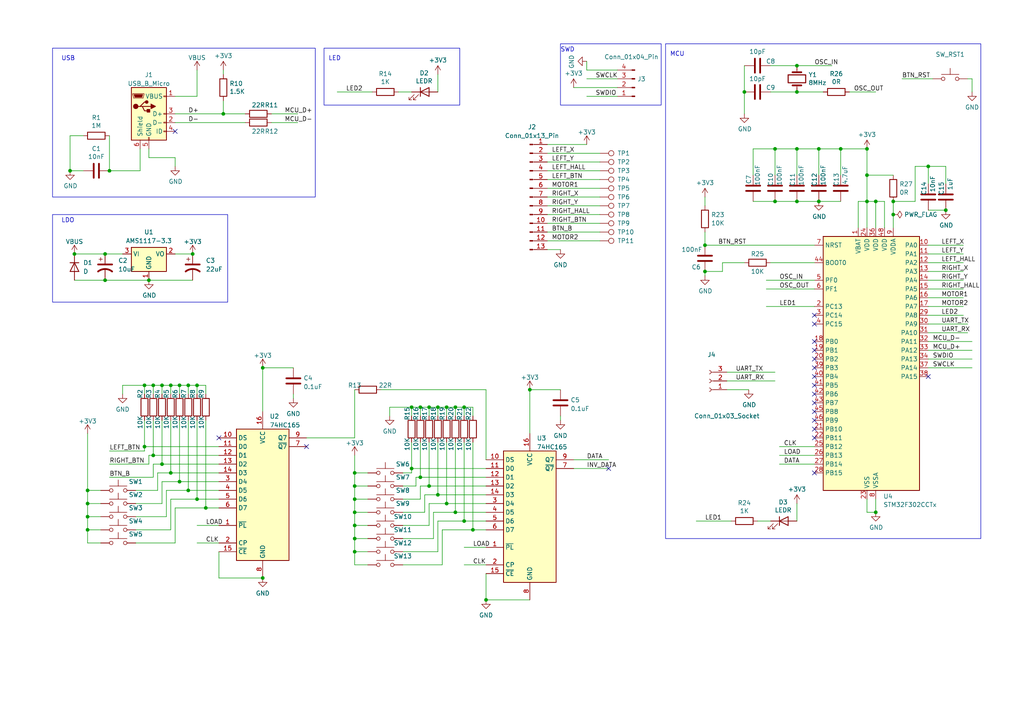
<source format=kicad_sch>
(kicad_sch (version 20230121) (generator eeschema)
  (paper "A4")
  (lib_symbols
    (symbol "74xx:74HC165"
      (property "Reference" "U" (at -7.62 19.05 0))
      (property "Value" "74HC165" (at -7.62 -21.59 0))
      (symbol "74HC165_1_0"
        (pin input line (at -12.7 -10.16 0) (length 5.08) (name "~{PL}") (number "1"))
        (pin input line (at -12.7 15.24 0) (length 5.08) (name "DS") (number "10"))
        (pin input line (at -12.7 12.7 0) (length 5.08) (name "D0") (number "11"))
        (pin input line (at -12.7 10.16 0) (length 5.08) (name "D1") (number "12"))
        (pin input line (at -12.7 7.62 0) (length 5.08) (name "D2") (number "13"))
        (pin input line (at -12.7 5.08 0) (length 5.08) (name "D3") (number "14"))
        (pin input line (at -12.7 -17.78 0) (length 5.08) (name "~{CE}") (number "15"))
        (pin power_in line (at 0 22.86 270) (length 5.08) (name "VCC") (number "16"))
        (pin input line (at -12.7 -15.24 0) (length 5.08) (name "CP") (number "2"))
        (pin input line (at -12.7 2.54 0) (length 5.08) (name "D4") (number "3"))
        (pin input line (at -12.7 0 0) (length 5.08) (name "D5") (number "4"))
        (pin input line (at -12.7 -2.54 0) (length 5.08) (name "D6") (number "5"))
        (pin input line (at -12.7 -5.08 0) (length 5.08) (name "D7") (number "6"))
        (pin output line (at 12.7 12.7 180) (length 5.08) (name "~{Q7}") (number "7"))
        (pin power_in line (at 0 -25.4 90) (length 5.08) (name "GND") (number "8"))
        (pin output line (at 12.7 15.24 180) (length 5.08) (name "Q7") (number "9"))
      )
    )
    (symbol "Connector:Conn_01x03_Socket" (pin_names (offset 1.016) hide)
      (property "Reference" "J" (at 0 5.08 0))
      (property "Value" "Conn_01x03_Socket" (at 0 -5.08 0))
      (symbol "Conn_01x03_Socket_1_1"
        (pin passive line (at -5.08 2.54 0) (length 3.81) (name "Pin_1") (number "1"))
        (pin passive line (at -5.08 0 0) (length 3.81) (name "Pin_2") (number "2"))
        (pin passive line (at -5.08 -2.54 0) (length 3.81) (name "Pin_3") (number "3"))
      )
    )
    (symbol "Connector:Conn_01x04_Pin" (pin_names (offset 1.016) hide)
      (property "Reference" "J" (at 0 5.08 0))
      (property "Value" "Conn_01x04_Pin" (at 0 -7.62 0))
      (symbol "Conn_01x04_Pin_1_1"
        (pin passive line (at 5.08 2.54 180) (length 3.81) (name "Pin_1") (number "1"))
        (pin passive line (at 5.08 0 180) (length 3.81) (name "Pin_2") (number "2"))
        (pin passive line (at 5.08 -2.54 180) (length 3.81) (name "Pin_3") (number "3"))
        (pin passive line (at 5.08 -5.08 180) (length 3.81) (name "Pin_4") (number "4"))
      )
    )
    (symbol "Connector:Conn_01x13_Pin" (pin_names (offset 1.016) hide)
      (property "Reference" "J" (at 0 17.78 0))
      (property "Value" "Conn_01x13_Pin" (at 0 -17.78 0))
      (symbol "Conn_01x13_Pin_1_1"
        (pin passive line (at 5.08 15.24 180) (length 3.81) (name "Pin_1") (number "1"))
        (pin passive line (at 5.08 -7.62 180) (length 3.81) (name "Pin_10") (number "10"))
        (pin passive line (at 5.08 -10.16 180) (length 3.81) (name "Pin_11") (number "11"))
        (pin passive line (at 5.08 -12.7 180) (length 3.81) (name "Pin_12") (number "12"))
        (pin passive line (at 5.08 -15.24 180) (length 3.81) (name "Pin_13") (number "13"))
        (pin passive line (at 5.08 12.7 180) (length 3.81) (name "Pin_2") (number "2"))
        (pin passive line (at 5.08 10.16 180) (length 3.81) (name "Pin_3") (number "3"))
        (pin passive line (at 5.08 7.62 180) (length 3.81) (name "Pin_4") (number "4"))
        (pin passive line (at 5.08 5.08 180) (length 3.81) (name "Pin_5") (number "5"))
        (pin passive line (at 5.08 2.54 180) (length 3.81) (name "Pin_6") (number "6"))
        (pin passive line (at 5.08 0 180) (length 3.81) (name "Pin_7") (number "7"))
        (pin passive line (at 5.08 -2.54 180) (length 3.81) (name "Pin_8") (number "8"))
        (pin passive line (at 5.08 -5.08 180) (length 3.81) (name "Pin_9") (number "9"))
      )
    )
    (symbol "Connector:TestPoint" (pin_numbers hide) (pin_names (offset 0.762) hide)
      (property "Reference" "TP" (at 0 6.858 0))
      (property "Value" "TestPoint" (at 0 5.08 0))
      (symbol "TestPoint_1_1"
        (pin passive line (at 0 0 90) (length 2.54) (name "1") (number "1"))
      )
    )
    (symbol "Connector:USB_B_Micro" (pin_names (offset 1.016))
      (property "Reference" "J" (at -5.08 11.43 0))
      (property "Value" "USB_B_Micro" (at -5.08 8.89 0))
      (symbol "USB_B_Micro_1_1"
        (pin power_out line (at 7.62 5.08 180) (length 2.54) (name "VBUS") (number "1"))
        (pin bidirectional line (at 7.62 -2.54 180) (length 2.54) (name "D-") (number "2"))
        (pin bidirectional line (at 7.62 0 180) (length 2.54) (name "D+") (number "3"))
        (pin passive line (at 7.62 -5.08 180) (length 2.54) (name "ID") (number "4"))
        (pin power_out line (at 0 -10.16 90) (length 2.54) (name "GND") (number "5"))
        (pin passive line (at -2.54 -10.16 90) (length 2.54) (name "Shield") (number "6"))
      )
    )
    (symbol "Device:C" (pin_numbers hide) (pin_names (offset 0.254))
      (property "Reference" "C" (at 0.635 2.54 0))
      (property "Value" "C" (at 0.635 -2.54 0))
      (symbol "C_1_1"
        (pin passive line (at 0 3.81 270) (length 2.794) (name "~") (number "1"))
        (pin passive line (at 0 -3.81 90) (length 2.794) (name "~") (number "2"))
      )
    )
    (symbol "Device:C_Polarized_US" (pin_numbers hide) (pin_names (offset 0.254) hide)
      (property "Reference" "C" (at 0.635 2.54 0))
      (property "Value" "C_Polarized_US" (at 0.635 -2.54 0))
      (symbol "C_Polarized_US_1_1"
        (pin passive line (at 0 3.81 270) (length 2.794) (name "~") (number "1"))
        (pin passive line (at 0 -3.81 90) (length 3.302) (name "~") (number "2"))
      )
    )
    (symbol "Device:Crystal" (pin_numbers hide) (pin_names (offset 1.016) hide)
      (property "Reference" "Y" (at 0 3.81 0))
      (property "Value" "Crystal" (at 0 -3.81 0))
      (symbol "Crystal_1_1"
        (pin passive line (at -3.81 0 0) (length 1.27) (name "1") (number "1"))
        (pin passive line (at 3.81 0 180) (length 1.27) (name "2") (number "2"))
      )
    )
    (symbol "Device:D" (pin_numbers hide) (pin_names (offset 1.016) hide)
      (property "Reference" "D" (at 0 2.54 0))
      (property "Value" "D" (at 0 -2.54 0))
      (symbol "D_1_1"
        (pin passive line (at -3.81 0 0) (length 2.54) (name "K") (number "1"))
        (pin passive line (at 3.81 0 180) (length 2.54) (name "A") (number "2"))
      )
    )
    (symbol "Device:LED" (pin_numbers hide) (pin_names (offset 1.016) hide)
      (property "Reference" "D" (at 0 2.54 0))
      (property "Value" "LED" (at 0 -2.54 0))
      (symbol "LED_1_1"
        (pin passive line (at -3.81 0 0) (length 2.54) (name "K") (number "1"))
        (pin passive line (at 3.81 0 180) (length 2.54) (name "A") (number "2"))
      )
    )
    (symbol "Device:R" (pin_numbers hide) (pin_names (offset 0))
      (property "Reference" "R" (at 2.032 0 90))
      (property "Value" "R" (at 0 0 90))
      (symbol "R_1_1"
        (pin passive line (at 0 3.81 270) (length 1.27) (name "~") (number "1"))
        (pin passive line (at 0 -3.81 90) (length 1.27) (name "~") (number "2"))
      )
    )
    (symbol "MCU_ST_STM32F3:STM32F302CCTx"
      (property "Reference" "U" (at -12.7 39.37 0))
      (property "Value" "STM32F302CCTx" (at 10.16 39.37 0))
      (symbol "STM32F302CCTx_1_1"
        (pin power_in line (at -2.54 40.64 270) (length 2.54) (name "VBAT") (number "1"))
        (pin bidirectional line (at 17.78 35.56 180) (length 2.54) (name "PA0") (number "10"))
        (pin bidirectional line (at 17.78 33.02 180) (length 2.54) (name "PA1") (number "11"))
        (pin bidirectional line (at 17.78 30.48 180) (length 2.54) (name "PA2") (number "12"))
        (pin bidirectional line (at 17.78 27.94 180) (length 2.54) (name "PA3") (number "13"))
        (pin bidirectional line (at 17.78 25.4 180) (length 2.54) (name "PA4") (number "14"))
        (pin bidirectional line (at 17.78 22.86 180) (length 2.54) (name "PA5") (number "15"))
        (pin bidirectional line (at 17.78 20.32 180) (length 2.54) (name "PA6") (number "16"))
        (pin bidirectional line (at 17.78 17.78 180) (length 2.54) (name "PA7") (number "17"))
        (pin bidirectional line (at -15.24 7.62 0) (length 2.54) (name "PB0") (number "18"))
        (pin bidirectional line (at -15.24 5.08 0) (length 2.54) (name "PB1") (number "19"))
        (pin bidirectional line (at -15.24 17.78 0) (length 2.54) (name "PC13") (number "2"))
        (pin bidirectional line (at -15.24 2.54 0) (length 2.54) (name "PB2") (number "20"))
        (pin bidirectional line (at -15.24 -17.78 0) (length 2.54) (name "PB10") (number "21"))
        (pin bidirectional line (at -15.24 -20.32 0) (length 2.54) (name "PB11") (number "22"))
        (pin power_in line (at 0 -38.1 90) (length 2.54) (name "VSS") (number "23"))
        (pin power_in line (at 0 40.64 270) (length 2.54) (name "VDD") (number "24"))
        (pin bidirectional line (at -15.24 -22.86 0) (length 2.54) (name "PB12") (number "25"))
        (pin bidirectional line (at -15.24 -25.4 0) (length 2.54) (name "PB13") (number "26"))
        (pin bidirectional line (at -15.24 -27.94 0) (length 2.54) (name "PB14") (number "27"))
        (pin bidirectional line (at -15.24 -30.48 0) (length 2.54) (name "PB15") (number "28"))
        (pin bidirectional line (at 17.78 15.24 180) (length 2.54) (name "PA8") (number "29"))
        (pin bidirectional line (at -15.24 15.24 0) (length 2.54) (name "PC14") (number "3"))
        (pin bidirectional line (at 17.78 12.7 180) (length 2.54) (name "PA9") (number "30"))
        (pin bidirectional line (at 17.78 10.16 180) (length 2.54) (name "PA10") (number "31"))
        (pin bidirectional line (at 17.78 7.62 180) (length 2.54) (name "PA11") (number "32"))
        (pin bidirectional line (at 17.78 5.08 180) (length 2.54) (name "PA12") (number "33"))
        (pin bidirectional line (at 17.78 2.54 180) (length 2.54) (name "PA13") (number "34"))
        (pin passive line (at 0 -38.1 90) (length 2.54) hide (name "VSS") (number "35"))
        (pin power_in line (at 2.54 40.64 270) (length 2.54) (name "VDD") (number "36"))
        (pin bidirectional line (at 17.78 0 180) (length 2.54) (name "PA14") (number "37"))
        (pin bidirectional line (at 17.78 -2.54 180) (length 2.54) (name "PA15") (number "38"))
        (pin bidirectional line (at -15.24 0 0) (length 2.54) (name "PB3") (number "39"))
        (pin bidirectional line (at -15.24 12.7 0) (length 2.54) (name "PC15") (number "4"))
        (pin bidirectional line (at -15.24 -2.54 0) (length 2.54) (name "PB4") (number "40"))
        (pin bidirectional line (at -15.24 -5.08 0) (length 2.54) (name "PB5") (number "41"))
        (pin bidirectional line (at -15.24 -7.62 0) (length 2.54) (name "PB6") (number "42"))
        (pin bidirectional line (at -15.24 -10.16 0) (length 2.54) (name "PB7") (number "43"))
        (pin input line (at -15.24 30.48 0) (length 2.54) (name "BOOT0") (number "44"))
        (pin bidirectional line (at -15.24 -12.7 0) (length 2.54) (name "PB8") (number "45"))
        (pin bidirectional line (at -15.24 -15.24 0) (length 2.54) (name "PB9") (number "46"))
        (pin passive line (at 0 -38.1 90) (length 2.54) hide (name "VSS") (number "47"))
        (pin power_in line (at 5.08 40.64 270) (length 2.54) (name "VDD") (number "48"))
        (pin bidirectional line (at -15.24 25.4 0) (length 2.54) (name "PF0") (number "5"))
        (pin bidirectional line (at -15.24 22.86 0) (length 2.54) (name "PF1") (number "6"))
        (pin input line (at -15.24 35.56 0) (length 2.54) (name "NRST") (number "7"))
        (pin power_in line (at 2.54 -38.1 90) (length 2.54) (name "VSSA") (number "8"))
        (pin power_in line (at 7.62 40.64 270) (length 2.54) (name "VDDA") (number "9"))
      )
    )
    (symbol "Regulator_Linear:AMS1117-3.3"
      (property "Reference" "U" (at -3.81 3.175 0))
      (property "Value" "AMS1117-3.3" (at 0 3.175 0))
      (symbol "AMS1117-3.3_1_1"
        (pin power_in line (at 0 -7.62 90) (length 2.54) (name "GND") (number "1"))
        (pin power_out line (at 7.62 0 180) (length 2.54) (name "VO") (number "2"))
        (pin power_in line (at -7.62 0 0) (length 2.54) (name "VI") (number "3"))
      )
    )
    (symbol "Switch:SW_Push" (pin_numbers hide) (pin_names (offset 1.016) hide)
      (property "Reference" "SW" (at 1.27 2.54 0))
      (property "Value" "SW_Push" (at 0 -1.524 0))
      (symbol "SW_Push_0_1"
        (pin passive line (at -5.08 0 0) (length 2.54) (name "1") (number "1"))
        (pin passive line (at 5.08 0 180) (length 2.54) (name "2") (number "2"))
      )
    )
    (symbol "power:+3V3" (power) (pin_names (offset 0))
      (property "Value" "+3V3" (at 0 3.556 0))
      (symbol "+3V3_1_1"
        (pin power_in line (at 0 0 90) (length 0) hide (name "+3V3") (number "1"))
      )
    )
    (symbol "power:GND" (power) (pin_names (offset 0))
      (property "Value" "GND" (at 0 -3.81 0))
      (symbol "GND_1_1"
        (pin power_in line (at 0 0 270) (length 0) hide (name "GND") (number "1"))
      )
    )
    (symbol "power:PWR_FLAG" (power) (pin_numbers hide) (pin_names (offset 0) hide)
      (property "Value" "PWR_FLAG" (at 0 3.81 0))
      (symbol "PWR_FLAG_0_0"
        (pin power_out line (at 0 0 90) (length 0) (name "pwr") (number "1"))
      )
    )
    (symbol "power:VBUS" (power) (pin_names (offset 0))
      (property "Value" "VBUS" (at 0 3.81 0))
      (symbol "VBUS_1_1"
        (pin power_in line (at 0 0 90) (length 0) hide (name "VBUS") (number "1"))
      )
    )
  )
  (junction (at 251.46 58.42))
  (junction (at 121.92 138.43))
  (junction (at 140.97 173.99))
  (junction (at 224.79 58.42))
  (junction (at 102.87 160.02))
  (junction (at 64.77 33.02))
  (junction (at 269.24 48.26))
  (junction (at 132.08 118.11))
  (junction (at 274.32 60.96))
  (junction (at 259.08 58.42))
  (junction (at 243.84 43.18))
  (junction (at 119.38 135.89))
  (junction (at 54.61 111.76))
  (junction (at 251.46 43.18))
  (junction (at 237.49 58.42))
  (junction (at 30.48 81.28))
  (junction (at 54.61 142.24))
  (junction (at 46.99 134.62))
  (junction (at 129.54 146.05))
  (junction (at 254 148.59))
  (junction (at 231.14 58.42))
  (junction (at 25.4 149.86))
  (junction (at 44.45 111.76))
  (junction (at 102.87 144.78))
  (junction (at 46.99 111.76))
  (junction (at 20.32 49.53))
  (junction (at 124.46 140.97))
  (junction (at 102.87 140.97))
  (junction (at 49.53 111.76))
  (junction (at 134.62 118.11))
  (junction (at 44.45 132.08))
  (junction (at 76.2 106.68))
  (junction (at 41.91 111.76))
  (junction (at 25.4 146.05))
  (junction (at 259.08 62.23))
  (junction (at 25.4 142.24))
  (junction (at 231.14 19.05))
  (junction (at 102.87 156.21))
  (junction (at 204.47 78.74))
  (junction (at 57.15 111.76))
  (junction (at 237.49 43.18))
  (junction (at 231.14 43.18))
  (junction (at 134.62 151.13))
  (junction (at 129.54 118.11))
  (junction (at 121.92 118.11))
  (junction (at 127 118.11))
  (junction (at 124.46 118.11))
  (junction (at 57.15 144.78))
  (junction (at 30.48 73.66))
  (junction (at 119.38 118.11))
  (junction (at 43.18 81.28))
  (junction (at 215.9 26.67))
  (junction (at 55.88 73.66))
  (junction (at 76.2 167.64))
  (junction (at 251.46 50.8))
  (junction (at 127 143.51))
  (junction (at 231.14 26.67))
  (junction (at 21.59 73.66))
  (junction (at 132.08 148.59))
  (junction (at 153.67 113.03))
  (junction (at 52.07 139.7))
  (junction (at 137.16 153.67))
  (junction (at 224.79 43.18))
  (junction (at 102.87 148.59))
  (junction (at 49.53 137.16))
  (junction (at 31.75 49.53))
  (junction (at 102.87 152.4))
  (junction (at 254 58.42))
  (junction (at 25.4 153.67))
  (junction (at 41.91 129.54))
  (junction (at 52.07 111.76))
  (junction (at 59.69 147.32))
  (junction (at 204.47 71.12))
  (junction (at 102.87 137.16))
  (no_connect (at 236.22 104.14))
  (no_connect (at 236.22 101.6))
  (no_connect (at 50.8 38.1))
  (no_connect (at 269.24 109.22))
  (no_connect (at 176.53 135.89))
  (no_connect (at 236.22 124.46))
  (no_connect (at 236.22 127))
  (no_connect (at 236.22 119.38))
  (no_connect (at 236.22 99.06))
  (no_connect (at 236.22 114.3))
  (no_connect (at 236.22 106.68))
  (no_connect (at 236.22 121.92))
  (no_connect (at 236.22 137.16))
  (no_connect (at 236.22 109.22))
  (no_connect (at 63.5 127))
  (no_connect (at 236.22 91.44))
  (no_connect (at 88.9 129.54))
  (no_connect (at 236.22 116.84))
  (no_connect (at 236.22 93.98))
  (no_connect (at 236.22 111.76))
  (wire (pts (xy 116.84 160.02) (xy 127 160.02)))
  (wire (pts (xy 237.49 43.18) (xy 237.49 50.8)))
  (wire (pts (xy 39.37 157.48) (xy 50.8 157.48)))
  (wire (pts (xy 46.99 139.7) (xy 46.99 146.05)))
  (wire (pts (xy 121.92 140.97) (xy 121.92 144.78)))
  (wire (pts (xy 29.21 146.05) (xy 25.4 146.05)))
  (wire (pts (xy 20.32 49.53) (xy 24.13 49.53)))
  (wire (pts (xy 158.75 57.15) (xy 173.99 57.15)))
  (wire (pts (xy 246.38 26.67) (xy 254 26.67)))
  (wire (pts (xy 97.79 26.67) (xy 107.95 26.67)))
  (wire (pts (xy 106.68 137.16) (xy 102.87 137.16)))
  (wire (pts (xy 248.92 58.42) (xy 251.46 58.42)))
  (wire (pts (xy 102.87 152.4) (xy 102.87 148.59)))
  (wire (pts (xy 25.4 149.86) (xy 25.4 146.05)))
  (wire (pts (xy 48.26 149.86) (xy 39.37 149.86)))
  (wire (pts (xy 102.87 163.83) (xy 102.87 160.02)))
  (wire (pts (xy 231.14 19.05) (xy 223.52 19.05)))
  (wire (pts (xy 119.38 135.89) (xy 140.97 135.89)))
  (wire (pts (xy 110.49 113.03) (xy 140.97 113.03)))
  (wire (pts (xy 209.55 78.74) (xy 204.47 78.74)))
  (wire (pts (xy 102.87 156.21) (xy 102.87 152.4)))
  (wire (pts (xy 243.84 43.18) (xy 251.46 43.18)))
  (wire (pts (xy 102.87 148.59) (xy 102.87 144.78)))
  (wire (pts (xy 121.92 128.27) (xy 121.92 138.43)))
  (wire (pts (xy 166.37 25.4) (xy 179.07 25.4)))
  (wire (pts (xy 218.44 58.42) (xy 224.79 58.42)))
  (wire (pts (xy 224.79 43.18) (xy 224.79 50.8)))
  (wire (pts (xy 137.16 153.67) (xy 140.97 153.67)))
  (wire (pts (xy 231.14 43.18) (xy 231.14 50.8)))
  (wire (pts (xy 63.5 142.24) (xy 54.61 142.24)))
  (wire (pts (xy 269.24 88.9) (xy 279.4 88.9)))
  (wire (pts (xy 102.87 132.08) (xy 102.87 137.16)))
  (wire (pts (xy 52.07 111.76) (xy 54.61 111.76)))
  (wire (pts (xy 106.68 148.59) (xy 102.87 148.59)))
  (wire (pts (xy 52.07 139.7) (xy 63.5 139.7)))
  (wire (pts (xy 137.16 118.11) (xy 137.16 120.65)))
  (wire (pts (xy 50.8 157.48) (xy 50.8 147.32)))
  (wire (pts (xy 40.64 49.53) (xy 40.64 43.18)))
  (wire (pts (xy 210.82 113.03) (xy 217.17 113.03)))
  (wire (pts (xy 49.53 144.78) (xy 57.15 144.78)))
  (wire (pts (xy 35.56 114.3) (xy 35.56 111.76)))
  (wire (pts (xy 129.54 118.11) (xy 129.54 120.65)))
  (wire (pts (xy 78.74 35.56) (xy 86.36 35.56)))
  (wire (pts (xy 31.75 138.43) (xy 44.45 138.43)))
  (wire (pts (xy 231.14 26.67) (xy 238.76 26.67)))
  (wire (pts (xy 274.32 48.26) (xy 274.32 53.34)))
  (wire (pts (xy 248.92 66.04) (xy 248.92 58.42)))
  (wire (pts (xy 44.45 132.08) (xy 63.5 132.08)))
  (wire (pts (xy 140.97 166.37) (xy 140.97 173.99)))
  (wire (pts (xy 251.46 50.8) (xy 251.46 58.42)))
  (wire (pts (xy 140.97 173.99) (xy 153.67 173.99)))
  (wire (pts (xy 158.75 41.91) (xy 170.18 41.91)))
  (wire (pts (xy 127 118.11) (xy 127 120.65)))
  (wire (pts (xy 35.56 111.76) (xy 41.91 111.76)))
  (wire (pts (xy 222.25 83.82) (xy 236.22 83.82)))
  (wire (pts (xy 170.18 17.78) (xy 170.18 20.32)))
  (wire (pts (xy 124.46 140.97) (xy 121.92 140.97)))
  (wire (pts (xy 46.99 139.7) (xy 52.07 139.7)))
  (wire (pts (xy 46.99 111.76) (xy 46.99 114.3)))
  (wire (pts (xy 59.69 111.76) (xy 59.69 114.3)))
  (wire (pts (xy 223.52 151.13) (xy 219.71 151.13)))
  (wire (pts (xy 127 151.13) (xy 134.62 151.13)))
  (wire (pts (xy 209.55 76.2) (xy 215.9 76.2)))
  (wire (pts (xy 166.37 135.89) (xy 176.53 135.89)))
  (wire (pts (xy 31.75 49.53) (xy 40.64 49.53)))
  (wire (pts (xy 39.37 153.67) (xy 49.53 153.67)))
  (wire (pts (xy 269.24 60.96) (xy 274.32 60.96)))
  (wire (pts (xy 251.46 148.59) (xy 254 148.59)))
  (wire (pts (xy 50.8 35.56) (xy 71.12 35.56)))
  (wire (pts (xy 280.67 22.86) (xy 281.94 22.86)))
  (wire (pts (xy 125.73 156.21) (xy 116.84 156.21)))
  (wire (pts (xy 20.32 39.37) (xy 20.32 49.53)))
  (wire (pts (xy 123.19 143.51) (xy 123.19 148.59)))
  (wire (pts (xy 162.56 121.92) (xy 162.56 120.65)))
  (wire (pts (xy 106.68 152.4) (xy 102.87 152.4)))
  (wire (pts (xy 129.54 146.05) (xy 140.97 146.05)))
  (wire (pts (xy 43.18 132.08) (xy 43.18 134.62)))
  (wire (pts (xy 57.15 20.32) (xy 57.15 27.94)))
  (wire (pts (xy 259.08 62.23) (xy 259.08 66.04)))
  (wire (pts (xy 269.24 48.26) (xy 274.32 48.26)))
  (wire (pts (xy 48.26 142.24) (xy 48.26 149.86)))
  (wire (pts (xy 132.08 118.11) (xy 134.62 118.11)))
  (wire (pts (xy 45.72 137.16) (xy 45.72 142.24)))
  (wire (pts (xy 254 58.42) (xy 251.46 58.42)))
  (wire (pts (xy 49.53 121.92) (xy 49.53 137.16)))
  (wire (pts (xy 46.99 111.76) (xy 49.53 111.76)))
  (wire (pts (xy 76.2 106.68) (xy 85.09 106.68)))
  (wire (pts (xy 237.49 43.18) (xy 243.84 43.18)))
  (wire (pts (xy 21.59 73.66) (xy 30.48 73.66)))
  (wire (pts (xy 50.8 33.02) (xy 64.77 33.02)))
  (wire (pts (xy 166.37 133.35) (xy 176.53 133.35)))
  (wire (pts (xy 57.15 121.92) (xy 57.15 144.78)))
  (wire (pts (xy 231.14 19.05) (xy 241.3 19.05)))
  (wire (pts (xy 254 148.59) (xy 254 144.78)))
  (wire (pts (xy 162.56 113.03) (xy 153.67 113.03)))
  (wire (pts (xy 78.74 33.02) (xy 86.36 33.02)))
  (wire (pts (xy 158.75 54.61) (xy 173.99 54.61)))
  (wire (pts (xy 31.75 39.37) (xy 31.75 49.53)))
  (wire (pts (xy 63.5 167.64) (xy 76.2 167.64)))
  (wire (pts (xy 116.84 163.83) (xy 128.27 163.83)))
  (wire (pts (xy 41.91 111.76) (xy 41.91 114.3)))
  (wire (pts (xy 88.9 127) (xy 102.87 127)))
  (wire (pts (xy 44.45 121.92) (xy 44.45 132.08)))
  (wire (pts (xy 153.67 113.03) (xy 153.67 125.73)))
  (wire (pts (xy 129.54 118.11) (xy 132.08 118.11)))
  (wire (pts (xy 63.5 134.62) (xy 46.99 134.62)))
  (wire (pts (xy 119.38 128.27) (xy 119.38 135.89)))
  (wire (pts (xy 237.49 58.42) (xy 243.84 58.42)))
  (wire (pts (xy 64.77 29.21) (xy 64.77 33.02)))
  (wire (pts (xy 29.21 153.67) (xy 25.4 153.67)))
  (wire (pts (xy 120.65 138.43) (xy 121.92 138.43)))
  (wire (pts (xy 25.4 142.24) (xy 29.21 142.24)))
  (wire (pts (xy 113.03 118.11) (xy 119.38 118.11)))
  (wire (pts (xy 63.5 160.02) (xy 63.5 167.64)))
  (wire (pts (xy 31.75 130.81) (xy 41.91 130.81)))
  (wire (pts (xy 102.87 160.02) (xy 102.87 156.21)))
  (wire (pts (xy 158.75 59.69) (xy 173.99 59.69)))
  (wire (pts (xy 215.9 33.02) (xy 215.9 26.67)))
  (wire (pts (xy 57.15 157.48) (xy 63.5 157.48)))
  (wire (pts (xy 44.45 111.76) (xy 46.99 111.76)))
  (wire (pts (xy 102.87 144.78) (xy 102.87 140.97)))
  (wire (pts (xy 24.13 39.37) (xy 20.32 39.37)))
  (wire (pts (xy 269.24 106.68) (xy 281.94 106.68)))
  (wire (pts (xy 251.46 58.42) (xy 251.46 66.04)))
  (wire (pts (xy 128.27 163.83) (xy 128.27 153.67)))
  (wire (pts (xy 127 128.27) (xy 127 143.51)))
  (wire (pts (xy 158.75 49.53) (xy 173.99 49.53)))
  (wire (pts (xy 121.92 118.11) (xy 121.92 120.65)))
  (wire (pts (xy 57.15 111.76) (xy 59.69 111.76)))
  (wire (pts (xy 50.8 27.94) (xy 57.15 27.94)))
  (wire (pts (xy 119.38 26.67) (xy 115.57 26.67)))
  (wire (pts (xy 49.53 111.76) (xy 49.53 114.3)))
  (wire (pts (xy 121.92 118.11) (xy 124.46 118.11)))
  (wire (pts (xy 29.21 149.86) (xy 25.4 149.86)))
  (wire (pts (xy 49.53 153.67) (xy 49.53 144.78)))
  (wire (pts (xy 106.68 163.83) (xy 102.87 163.83)))
  (wire (pts (xy 201.93 151.13) (xy 212.09 151.13)))
  (wire (pts (xy 102.87 137.16) (xy 102.87 140.97)))
  (wire (pts (xy 254 66.04) (xy 254 58.42)))
  (wire (pts (xy 134.62 118.11) (xy 134.62 120.65)))
  (wire (pts (xy 125.73 148.59) (xy 125.73 156.21)))
  (wire (pts (xy 134.62 158.75) (xy 140.97 158.75)))
  (wire (pts (xy 222.25 88.9) (xy 236.22 88.9)))
  (wire (pts (xy 39.37 142.24) (xy 45.72 142.24)))
  (wire (pts (xy 170.18 27.94) (xy 179.07 27.94)))
  (wire (pts (xy 44.45 134.62) (xy 44.45 138.43)))
  (wire (pts (xy 226.06 132.08) (xy 236.22 132.08)))
  (wire (pts (xy 259.08 58.42) (xy 259.08 62.23)))
  (wire (pts (xy 223.52 76.2) (xy 236.22 76.2)))
  (wire (pts (xy 120.65 138.43) (xy 120.65 140.97)))
  (wire (pts (xy 158.75 64.77) (xy 173.99 64.77)))
  (wire (pts (xy 269.24 93.98) (xy 280.67 93.98)))
  (wire (pts (xy 134.62 151.13) (xy 140.97 151.13)))
  (wire (pts (xy 210.82 110.49) (xy 224.79 110.49)))
  (wire (pts (xy 256.54 58.42) (xy 254 58.42)))
  (wire (pts (xy 123.19 148.59) (xy 116.84 148.59)))
  (wire (pts (xy 134.62 163.83) (xy 140.97 163.83)))
  (wire (pts (xy 46.99 134.62) (xy 44.45 134.62)))
  (wire (pts (xy 41.91 111.76) (xy 44.45 111.76)))
  (wire (pts (xy 269.24 86.36) (xy 279.4 86.36)))
  (wire (pts (xy 224.79 58.42) (xy 231.14 58.42)))
  (wire (pts (xy 46.99 121.92) (xy 46.99 134.62)))
  (wire (pts (xy 41.91 129.54) (xy 63.5 129.54)))
  (wire (pts (xy 269.24 81.28) (xy 279.4 81.28)))
  (wire (pts (xy 106.68 144.78) (xy 102.87 144.78)))
  (wire (pts (xy 25.4 153.67) (xy 25.4 149.86)))
  (wire (pts (xy 30.48 73.66) (xy 35.56 73.66)))
  (wire (pts (xy 209.55 76.2) (xy 209.55 78.74)))
  (wire (pts (xy 265.43 58.42) (xy 265.43 48.26)))
  (wire (pts (xy 76.2 119.38) (xy 76.2 106.68)))
  (wire (pts (xy 158.75 44.45) (xy 173.99 44.45)))
  (wire (pts (xy 39.37 146.05) (xy 46.99 146.05)))
  (wire (pts (xy 41.91 121.92) (xy 41.91 129.54)))
  (wire (pts (xy 231.14 26.67) (xy 223.52 26.67)))
  (wire (pts (xy 63.5 137.16) (xy 49.53 137.16)))
  (wire (pts (xy 124.46 118.11) (xy 124.46 120.65)))
  (wire (pts (xy 222.25 81.28) (xy 236.22 81.28)))
  (wire (pts (xy 132.08 148.59) (xy 125.73 148.59)))
  (wire (pts (xy 124.46 118.11) (xy 127 118.11)))
  (wire (pts (xy 251.46 43.18) (xy 251.46 50.8)))
  (wire (pts (xy 52.07 121.92) (xy 52.07 139.7)))
  (wire (pts (xy 106.68 160.02) (xy 102.87 160.02)))
  (wire (pts (xy 269.24 91.44) (xy 279.4 91.44)))
  (wire (pts (xy 158.75 67.31) (xy 173.99 67.31)))
  (wire (pts (xy 158.75 52.07) (xy 173.99 52.07)))
  (wire (pts (xy 204.47 78.74) (xy 204.47 80.01)))
  (wire (pts (xy 224.79 43.18) (xy 231.14 43.18)))
  (wire (pts (xy 50.8 73.66) (xy 55.88 73.66)))
  (wire (pts (xy 31.75 134.62) (xy 43.18 134.62)))
  (wire (pts (xy 226.06 134.62) (xy 236.22 134.62)))
  (wire (pts (xy 218.44 43.18) (xy 218.44 50.8)))
  (wire (pts (xy 54.61 111.76) (xy 54.61 114.3)))
  (wire (pts (xy 127 21.59) (xy 127 26.67)))
  (wire (pts (xy 127 143.51) (xy 123.19 143.51)))
  (wire (pts (xy 57.15 152.4) (xy 63.5 152.4)))
  (wire (pts (xy 158.75 62.23) (xy 173.99 62.23)))
  (wire (pts (xy 137.16 128.27) (xy 137.16 153.67)))
  (wire (pts (xy 204.47 67.31) (xy 204.47 71.12)))
  (wire (pts (xy 132.08 118.11) (xy 132.08 120.65)))
  (wire (pts (xy 281.94 22.86) (xy 281.94 26.67)))
  (wire (pts (xy 243.84 43.18) (xy 243.84 50.8)))
  (wire (pts (xy 140.97 140.97) (xy 124.46 140.97)))
  (wire (pts (xy 119.38 135.89) (xy 119.38 137.16)))
  (wire (pts (xy 30.48 81.28) (xy 43.18 81.28)))
  (wire (pts (xy 21.59 81.28) (xy 30.48 81.28)))
  (wire (pts (xy 25.4 125.73) (xy 25.4 142.24)))
  (wire (pts (xy 127 160.02) (xy 127 151.13)))
  (wire (pts (xy 129.54 128.27) (xy 129.54 146.05)))
  (wire (pts (xy 231.14 43.18) (xy 237.49 43.18)))
  (wire (pts (xy 54.61 111.76) (xy 57.15 111.76)))
  (wire (pts (xy 121.92 138.43) (xy 140.97 138.43)))
  (wire (pts (xy 158.75 69.85) (xy 173.99 69.85)))
  (wire (pts (xy 119.38 118.11) (xy 119.38 120.65)))
  (wire (pts (xy 158.75 72.39) (xy 162.56 72.39)))
  (wire (pts (xy 121.92 144.78) (xy 116.84 144.78)))
  (wire (pts (xy 269.24 48.26) (xy 269.24 53.34)))
  (wire (pts (xy 102.87 127) (xy 102.87 113.03)))
  (wire (pts (xy 265.43 48.26) (xy 269.24 48.26)))
  (wire (pts (xy 43.18 45.72) (xy 50.8 45.72)))
  (wire (pts (xy 64.77 21.59) (xy 64.77 20.32)))
  (wire (pts (xy 269.24 78.74) (xy 279.4 78.74)))
  (wire (pts (xy 259.08 50.8) (xy 251.46 50.8)))
  (wire (pts (xy 218.44 43.18) (xy 224.79 43.18)))
  (wire (pts (xy 57.15 111.76) (xy 57.15 114.3)))
  (wire (pts (xy 50.8 45.72) (xy 50.8 48.26)))
  (wire (pts (xy 106.68 156.21) (xy 102.87 156.21)))
  (wire (pts (xy 59.69 147.32) (xy 63.5 147.32)))
  (wire (pts (xy 134.62 128.27) (xy 134.62 151.13)))
  (wire (pts (xy 261.62 22.86) (xy 270.51 22.86)))
  (wire (pts (xy 127 118.11) (xy 129.54 118.11)))
  (wire (pts (xy 52.07 111.76) (xy 52.07 114.3)))
  (wire (pts (xy 85.09 114.3) (xy 85.09 115.57)))
  (wire (pts (xy 204.47 57.15) (xy 204.47 59.69)))
  (wire (pts (xy 29.21 157.48) (xy 25.4 157.48)))
  (wire (pts (xy 120.65 140.97) (xy 116.84 140.97)))
  (wire (pts (xy 113.03 120.65) (xy 113.03 118.11)))
  (wire (pts (xy 269.24 71.12) (xy 279.4 71.12)))
  (wire (pts (xy 215.9 19.05) (xy 215.9 26.67)))
  (wire (pts (xy 49.53 111.76) (xy 52.07 111.76)))
  (wire (pts (xy 269.24 104.14) (xy 281.94 104.14)))
  (wire (pts (xy 134.62 118.11) (xy 137.16 118.11)))
  (wire (pts (xy 124.46 146.05) (xy 129.54 146.05)))
  (wire (pts (xy 50.8 147.32) (xy 59.69 147.32)))
  (wire (pts (xy 269.24 99.06) (xy 281.94 99.06)))
  (wire (pts (xy 64.77 33.02) (xy 71.12 33.02)))
  (wire (pts (xy 41.91 129.54) (xy 41.91 130.81)))
  (wire (pts (xy 231.14 58.42) (xy 237.49 58.42)))
  (wire (pts (xy 49.53 137.16) (xy 45.72 137.16)))
  (wire (pts (xy 43.18 132.08) (xy 44.45 132.08)))
  (wire (pts (xy 231.14 146.05) (xy 231.14 151.13)))
  (wire (pts (xy 140.97 113.03) (xy 140.97 133.35)))
  (wire (pts (xy 132.08 128.27) (xy 132.08 148.59)))
  (wire (pts (xy 251.46 144.78) (xy 251.46 148.59)))
  (wire (pts (xy 54.61 121.92) (xy 54.61 142.24)))
  (wire (pts (xy 259.08 58.42) (xy 265.43 58.42)))
  (wire (pts (xy 54.61 142.24) (xy 48.26 142.24)))
  (wire (pts (xy 119.38 118.11) (xy 121.92 118.11)))
  (wire (pts (xy 43.18 43.18) (xy 43.18 45.72)))
  (wire (pts (xy 124.46 146.05) (xy 124.46 152.4)))
  (wire (pts (xy 210.82 107.95) (xy 224.79 107.95)))
  (wire (pts (xy 269.24 96.52) (xy 280.67 96.52)))
  (wire (pts (xy 43.18 81.28) (xy 55.88 81.28)))
  (wire (pts (xy 44.45 111.76) (xy 44.45 114.3)))
  (wire (pts (xy 59.69 121.92) (xy 59.69 147.32)))
  (wire (pts (xy 116.84 152.4) (xy 124.46 152.4)))
  (wire (pts (xy 269.24 73.66) (xy 279.4 73.66)))
  (wire (pts (xy 25.4 157.48) (xy 25.4 153.67)))
  (wire (pts (xy 158.75 46.99) (xy 173.99 46.99)))
  (wire (pts (xy 25.4 142.24) (xy 25.4 146.05)))
  (wire (pts (xy 269.24 76.2) (xy 279.4 76.2)))
  (wire (pts (xy 256.54 66.04) (xy 256.54 58.42)))
  (wire (pts (xy 269.24 83.82) (xy 279.4 83.82)))
  (wire (pts (xy 226.06 129.54) (xy 236.22 129.54)))
  (wire (pts (xy 170.18 20.32) (xy 179.07 20.32)))
  (wire (pts (xy 170.18 22.86) (xy 179.07 22.86)))
  (wire (pts (xy 119.38 137.16) (xy 116.84 137.16)))
  (wire (pts (xy 57.15 144.78) (xy 63.5 144.78)))
  (wire (pts (xy 124.46 128.27) (xy 124.46 140.97)))
  (wire (pts (xy 102.87 140.97) (xy 106.68 140.97)))
  (wire (pts (xy 140.97 143.51) (xy 127 143.51)))
  (wire (pts (xy 128.27 153.67) (xy 137.16 153.67)))
  (wire (pts (xy 204.47 71.12) (xy 236.22 71.12)))
  (wire (pts (xy 269.24 101.6) (xy 281.94 101.6)))
  (wire (pts (xy 140.97 148.59) (xy 132.08 148.59)))
  (rectangle (start 193.04 12.7) (end 284.48 156.21))
  (rectangle (start 162.56 12.7) (end 191.77 30.48))
  (rectangle (start 15.24 13.97) (end 91.44 57.15))
  (rectangle (start 93.98 13.97) (end 133.35 30.48))
  (rectangle (start 15.24 62.23) (end 66.04 87.63))
  (text "LDO" (at 17.78 64.77 0) (effects (font (size 1.27 1.27)) (justify left bottom)))
  (text "USB" (at 17.78 17.78 0) (effects (font (size 1.27 1.27)) (justify left bottom)))
  (text "SWD" (at 162.56 15.24 0) (effects (font (size 1.27 1.27)) (justify left bottom)))
  (text "MCU" (at 194.31 16.51 0) (effects (font (size 1.27 1.27)) (justify left bottom)))
  (text "LED" (at 95.25 17.78 0) (effects (font (size 1.27 1.27)) (justify left bottom)))
  (label "D+" (at 54.61 33.02 0))
  (label "RIGHT_X" (at 273.05 78.74 0))
  (label "DATA" (at 227.33 134.62 0))
  (label "MCU_D-" (at 270.51 99.06 0))
  (label "UART_RX" (at 273.05 96.52 0))
  (label "MCU_D-" (at 82.55 35.56 0))
  (label "LEFT_Y" (at 160.02 46.99 0))
  (label "OSC_OUT" (at 247.65 26.67 0))
  (label "LEFT_X" (at 273.05 71.12 0))
  (label "LED1" (at 226.06 88.9 0))
  (label "MCU_D+" (at 270.51 101.6 0))
  (label "LED2" (at 273.05 91.44 0))
  (label "MOTOR1" (at 273.05 86.36 0))
  (label "LED1" (at 204.47 151.13 0))
  (label "OSC_IN" (at 236.22 19.05 0))
  (label "UART_TX" (at 213.36 107.95 0))
  (label "CLK" (at 59.69 157.48 0))
  (label "SWCLK" (at 270.51 106.68 0))
  (label "LOAD" (at 59.69 152.4 0))
  (label "RIGHT_BTN" (at 160.02 64.77 0))
  (label "RIGHT_X" (at 160.02 57.15 0))
  (label "INV_DATA" (at 170.18 135.89 0))
  (label "MOTOR2" (at 160.02 69.85 0))
  (label "BTN_B" (at 160.02 67.31 0))
  (label "RIGHT_BTN" (at 31.75 134.62 0))
  (label "RIGHT_Y" (at 160.02 59.69 0))
  (label "BTN_RST" (at 261.62 22.86 0))
  (label "OSC_IN" (at 226.06 81.28 0))
  (label "DATA" (at 170.18 133.35 0))
  (label "MCU_D+" (at 82.55 33.02 0))
  (label "BTN_RST" (at 208.28 71.12 0))
  (label "MOTOR2" (at 273.05 88.9 0))
  (label "BTN_B" (at 31.75 138.43 0))
  (label "SWDIO" (at 172.72 27.94 0))
  (label "LEFT_HALL" (at 160.02 49.53 0))
  (label "SWDIO" (at 270.51 104.14 0))
  (label "D-" (at 54.61 35.56 0))
  (label "SWCLK" (at 172.72 22.86 0))
  (label "LED2" (at 100.33 26.67 0))
  (label "LEFT_Y" (at 273.05 73.66 0))
  (label "RIGHT_HALL" (at 160.02 62.23 0))
  (label "LOAD" (at 137.16 158.75 0))
  (label "UART_RX" (at 213.36 110.49 0))
  (label "OSC_OUT" (at 226.06 83.82 0))
  (label "CLK" (at 137.16 163.83 0))
  (label "LOAD" (at 227.33 132.08 0))
  (label "CLK" (at 227.33 129.54 0))
  (label "RIGHT_Y" (at 273.05 81.28 0))
  (label "LEFT_BTN" (at 31.75 130.81 0))
  (label "LEFT_HALL" (at 273.05 76.2 0))
  (label "LEFT_BTN" (at 160.02 52.07 0))
  (label "UART_TX" (at 273.05 93.98 0))
  (label "LEFT_X" (at 160.02 44.45 0))
  (label "RIGHT_HALL" (at 273.05 83.82 0))
  (label "MOTOR1" (at 160.02 54.61 0))
  (symbol (lib_id "Device:LED") (at 123.19 26.67 0) (unit 1)
    (property "Reference" "D2" (at 123.0122 21.1836 0))
    (property "Value" "LEDR" (at 123.0122 23.495 0))
    (property "Footprint" "LED_SMD:LED_0805_2012Metric_Pad1.15x1.40mm_HandSolder" (effects hide))
  )
  (symbol (lib_id "Device:C") (at 204.47 74.93 0) (unit 1)
    (property "Reference" "C6" (at 201.93 77.47 0))
    (property "Value" "100nF" (at 200.66 72.39 0))
    (property "Footprint" "Capacitor_SMD:C_0805_2012Metric_Pad1.18x1.45mm_HandSolder" (effects hide))
  )
  (symbol (lib_id "Connector:TestPoint") (at 173.99 59.69 270) (unit 1)
    (property "Reference" "TP7" (at 179.07 59.69 90) (effects (justify left)))
    (property "Value" "TestPoint" (effects hide))
    (property "Footprint" "TestPoint:TestPoint_Pad_1.5x1.5mm" (effects hide))
  )
  (symbol (lib_id "power:+3V3") (at 76.2 106.68 0) (unit 1)
    (property "Reference" "#PWR010" (effects hide))
    (property "Value" "+3V3" (at 76.2 103.1042 0))
  )
  (symbol (lib_id "Device:C") (at 269.24 57.15 0) (unit 1)
    (property "Reference" "C14" (at 267.97 54.61 90))
    (property "Value" "10nF" (at 270.51 53.34 90))
    (property "Footprint" "Capacitor_SMD:C_0805_2012Metric_Pad1.18x1.45mm_HandSolder" (effects hide))
  )
  (symbol (lib_id "Connector:TestPoint") (at 173.99 62.23 270) (unit 1)
    (property "Reference" "TP8" (at 179.07 62.23 90) (effects (justify left)))
    (property "Value" "TestPoint" (effects hide))
    (property "Footprint" "TestPoint:TestPoint_Pad_1.5x1.5mm" (effects hide))
  )
  (symbol (lib_id "Regulator_Linear:AMS1117-3.3") (at 43.18 73.66 0) (unit 1)
    (property "Reference" "U1" (at 43.18 67.31 0))
    (property "Value" "AMS1117-3.3" (at 43.18 69.85 0))
    (property "Footprint" "Package_TO_SOT_SMD:SOT-223-3_TabPin2" (effects hide))
    (property "Datasheet" "http://www.advanced-monolithic.com/pdf/ds1117.pdf" (effects hide))
  )
  (symbol (lib_id "Switch:SW_Push") (at 111.76 163.83 0) (unit 1)
    (property "Reference" "SW13" (at 116.84 161.29 0))
    (property "Value" "SW_Push" (effects hide))
    (property "Footprint" "button:click_pair" (effects hide))
  )
  (symbol (lib_id "Switch:SW_Push") (at 34.29 149.86 0) (unit 1)
    (property "Reference" "SW3" (at 39.37 147.32 0))
    (property "Value" "SW_Push" (effects hide))
    (property "Footprint" "button:touch" (effects hide))
  )
  (symbol (lib_id "Connector:Conn_01x03_Socket") (at 205.74 110.49 180) (unit 1)
    (property "Reference" "J4" (at 206.375 102.87 0))
    (property "Value" "Conn_01x03_Socket" (at 210.82 120.65 0))
    (property "Footprint" "Connector_PinSocket_2.54mm:PinSocket_1x03_P2.54mm_Vertical" (effects hide))
  )
  (symbol (lib_id "power:GND") (at 43.18 81.28 0) (unit 1)
    (property "Reference" "#PWR05" (effects hide))
    (property "Value" "GND" (at 43.307 85.6742 0))
  )
  (symbol (lib_id "power:VBUS") (at 57.15 20.32 0) (unit 1)
    (property "Reference" "#PWR08" (effects hide))
    (property "Value" "VBUS" (at 57.15 16.7442 0))
  )
  (symbol (lib_id "power:GND") (at 50.8 48.26 0) (unit 1)
    (property "Reference" "#PWR06" (effects hide))
    (property "Value" "GND" (at 50.927 52.6542 0))
  )
  (symbol (lib_id "Device:Crystal") (at 231.14 22.86 270) (unit 1)
    (property "Reference" "Y1" (at 234.4674 21.6916 90) (effects (justify left)))
    (property "Value" "8MHz" (at 234.4674 24.003 90) (effects (justify left)))
    (property "Footprint" "Crystal:Crystal_SMD_HC49-SD_HandSoldering" (effects hide))
  )
  (symbol (lib_id "power:+3V3") (at 166.37 25.4 0) (unit 1)
    (property "Reference" "#PWR020" (effects hide))
    (property "Value" "+3V3" (at 166.37 21.2669 0))
  )
  (symbol (lib_id "Device:R") (at 52.07 118.11 0) (unit 1)
    (property "Reference" "R6" (at 50.8 115.57 90) (effects (justify left)))
    (property "Value" "10K" (at 50.8 124.46 90) (effects (justify left)))
    (property "Footprint" "Resistor_SMD:R_0805_2012Metric_Pad1.20x1.40mm_HandSolder" (effects hide))
  )
  (symbol (lib_id "Switch:SW_Push") (at 111.76 152.4 0) (unit 1)
    (property "Reference" "SW10" (at 116.84 149.86 0))
    (property "Value" "SW_Push" (effects hide))
    (property "Footprint" "button:touch-xbox" (effects hide))
  )
  (symbol (lib_id "Device:C") (at 231.14 54.61 0) (unit 1)
    (property "Reference" "C11" (at 229.87 52.07 90))
    (property "Value" "100nF" (at 232.41 50.8 90))
    (property "Footprint" "Capacitor_SMD:C_0805_2012Metric_Pad1.18x1.45mm_HandSolder" (effects hide))
  )
  (symbol (lib_id "Connector:TestPoint") (at 173.99 52.07 270) (unit 1)
    (property "Reference" "TP4" (at 179.07 52.07 90) (effects (justify left)))
    (property "Value" "TestPoint" (effects hide))
    (property "Footprint" "TestPoint:TestPoint_Pad_1.5x1.5mm" (effects hide))
  )
  (symbol (lib_id "power:GND") (at 274.32 60.96 0) (unit 1)
    (property "Reference" "#PWR031" (effects hide))
    (property "Value" "GND" (at 274.447 65.3542 0))
  )
  (symbol (lib_id "Switch:SW_Push") (at 34.29 142.24 0) (unit 1)
    (property "Reference" "SW1" (at 39.37 139.7 0))
    (property "Value" "SW_Push" (effects hide))
    (property "Footprint" "button:touch" (effects hide))
  )
  (symbol (lib_id "Switch:SW_Push") (at 34.29 146.05 0) (unit 1)
    (property "Reference" "SW2" (at 39.37 143.51 0))
    (property "Value" "SW_Push" (effects hide))
    (property "Footprint" "button:touch" (effects hide))
  )
  (symbol (lib_id "74xx:74HC165") (at 153.67 148.59 0) (unit 1)
    (property "Reference" "U3" (at 155.6894 127.1102 0) (effects (justify left)))
    (property "Value" "74HC165" (at 155.6894 129.6471 0) (effects (justify left)))
    (property "Footprint" "Package_SO:SOP-16_4.4x10.4mm_P1.27mm" (effects hide))
    (property "Datasheet" "https://assets.nexperia.com/documents/data-sheet/74HC_HCT165.pdf" (effects hide))
  )
  (symbol (lib_id "Connector:TestPoint") (at 173.99 44.45 270) (unit 1)
    (property "Reference" "TP1" (at 179.07 44.45 90) (effects (justify left)))
    (property "Value" "TestPoint" (effects hide))
    (property "Footprint" "TestPoint:TestPoint_Pad_1.5x1.5mm" (effects hide))
  )
  (symbol (lib_id "power:+3V3") (at 170.18 41.91 0) (unit 1)
    (property "Reference" "#PWR022" (effects hide))
    (property "Value" "+3V3" (at 170.18 38.3342 0))
  )
  (symbol (lib_id "Device:C") (at 218.44 54.61 0) (unit 1)
    (property "Reference" "C7" (at 217.17 52.07 90))
    (property "Value" "100nF" (at 219.71 50.8 90))
    (property "Footprint" "Capacitor_SMD:C_0805_2012Metric_Pad1.18x1.45mm_HandSolder" (effects hide))
  )
  (symbol (lib_id "Connector:USB_B_Micro") (at 43.18 33.02 0) (unit 1)
    (property "Reference" "J1" (at 43.18 21.7002 0))
    (property "Value" "USB_B_Micro" (at 43.18 24.2371 0))
    (property "Footprint" "usb_micro:USB_MICRO" (effects hide))
  )
  (symbol (lib_id "power:VBUS") (at 21.59 73.66 0) (unit 1)
    (property "Reference" "#PWR02" (effects hide))
    (property "Value" "VBUS" (at 21.59 70.0842 0))
  )
  (symbol (lib_id "power:GND") (at 237.49 58.42 0) (unit 1)
    (property "Reference" "#PWR028" (effects hide))
    (property "Value" "GND" (at 237.617 62.8142 0))
  )
  (symbol (lib_id "power:+3V3") (at 231.14 146.05 0) (unit 1)
    (property "Reference" "#PWR027" (effects hide))
    (property "Value" "+3V3" (at 231.14 141.9169 0))
  )
  (symbol (lib_id "Switch:SW_Push") (at 34.29 153.67 0) (unit 1)
    (property "Reference" "SW4" (at 39.37 151.13 0))
    (property "Value" "SW_Push" (effects hide))
    (property "Footprint" "button:touch" (effects hide))
  )
  (symbol (lib_id "Device:R") (at 219.71 76.2 270) (unit 1)
    (property "Reference" "R25" (at 219.71 73.66 90))
    (property "Value" "10K" (at 219.71 78.74 90))
    (property "Footprint" "Resistor_SMD:R_0805_2012Metric_Pad1.20x1.40mm_HandSolder" (effects hide))
  )
  (symbol (lib_id "Device:R") (at 121.92 124.46 0) (unit 1)
    (property "Reference" "R16" (at 120.65 121.92 90) (effects (justify left)))
    (property "Value" "10K" (at 120.65 130.81 90) (effects (justify left)))
    (property "Footprint" "Resistor_SMD:R_0805_2012Metric_Pad1.20x1.40mm_HandSolder" (effects hide))
  )
  (symbol (lib_id "74xx:74HC165") (at 76.2 142.24 0) (unit 1)
    (property "Reference" "U2" (at 78.2194 120.7602 0) (effects (justify left)))
    (property "Value" "74HC165" (at 78.2194 123.2971 0) (effects (justify left)))
    (property "Footprint" "Package_SO:SOP-16_4.4x10.4mm_P1.27mm" (effects hide))
    (property "Datasheet" "https://assets.nexperia.com/documents/data-sheet/74HC_HCT165.pdf" (effects hide))
  )
  (symbol (lib_id "Switch:SW_Push") (at 111.76 160.02 0) (unit 1)
    (property "Reference" "SW12" (at 116.84 157.48 0))
    (property "Value" "SW_Push" (effects hide))
    (property "Footprint" "button:click_lbrb" (effects hide))
  )
  (symbol (lib_id "Switch:SW_Push") (at 111.76 140.97 0) (unit 1)
    (property "Reference" "SW7" (at 116.84 138.43 0))
    (property "Value" "SW_Push" (effects hide))
    (property "Footprint" "button:touch-dpad" (effects hide))
  )
  (symbol (lib_id "power:GND") (at 162.56 121.92 0) (unit 1)
    (property "Reference" "#PWR019" (effects hide))
    (property "Value" "GND" (at 162.56 126.3634 0))
  )
  (symbol (lib_id "Device:R") (at 242.57 26.67 270) (unit 1)
    (property "Reference" "R26" (at 242.57 21.4122 90))
    (property "Value" "0R" (at 242.57 23.7236 90))
    (property "Footprint" "Resistor_SMD:R_0805_2012Metric_Pad1.20x1.40mm_HandSolder" (effects hide))
  )
  (symbol (lib_id "Connector:Conn_01x04_Pin") (at 184.15 25.4 180) (unit 1)
    (property "Reference" "J3" (at 184.8612 22.9179 0) (effects (justify right)))
    (property "Value" "Conn_01x04_Pin" (at 175.26 16.51 0) (effects (justify right)))
    (property "Footprint" "Connector_PinSocket_2.54mm:PinSocket_1x04_P2.54mm_Vertical" (effects hide))
  )
  (symbol (lib_id "Device:D") (at 21.59 77.47 270) (unit 1)
    (property "Reference" "D1" (at 24.13 76.2 90) (effects (justify left)))
    (property "Value" "D" (at 24.13 78.74 90) (effects (justify left)))
    (property "Footprint" "Diode_SMD:D_2010_5025Metric_Pad1.52x2.65mm_HandSolder" (effects hide))
    (property "Sim.Device" "D" (effects hide))
    (property "Sim.Pins" "1=K 2=A" (effects hide))
  )
  (symbol (lib_id "Switch:SW_Push") (at 111.76 156.21 0) (unit 1)
    (property "Reference" "SW11" (at 116.84 153.67 0))
    (property "Value" "SW_Push" (effects hide))
    (property "Footprint" "button:click_lbrb" (effects hide))
  )
  (symbol (lib_id "Connector:TestPoint") (at 173.99 49.53 270) (unit 1)
    (property "Reference" "TP3" (at 179.07 49.53 90) (effects (justify left)))
    (property "Value" "TestPoint" (effects hide))
    (property "Footprint" "TestPoint:TestPoint_Pad_1.5x1.5mm" (effects hide))
  )
  (symbol (lib_id "Device:R") (at 129.54 124.46 0) (unit 1)
    (property "Reference" "R19" (at 128.27 121.92 90) (effects (justify left)))
    (property "Value" "10K" (at 128.27 130.81 90) (effects (justify left)))
    (property "Footprint" "Resistor_SMD:R_0805_2012Metric_Pad1.20x1.40mm_HandSolder" (effects hide))
  )
  (symbol (lib_id "power:+3V3") (at 251.46 43.18 0) (unit 1)
    (property "Reference" "#PWR029" (effects hide))
    (property "Value" "+3V3" (at 251.46 39.0469 0))
  )
  (symbol (lib_id "Device:R") (at 54.61 118.11 0) (unit 1)
    (property "Reference" "R7" (at 53.34 115.57 90) (effects (justify left)))
    (property "Value" "10K" (at 53.34 124.46 90) (effects (justify left)))
    (property "Footprint" "Resistor_SMD:R_0805_2012Metric_Pad1.20x1.40mm_HandSolder" (effects hide))
  )
  (symbol (lib_id "Device:C") (at 219.71 26.67 270) (unit 1)
    (property "Reference" "C9" (at 223.52 25.4 90))
    (property "Value" "10pF" (at 219.71 22.86 90))
    (property "Footprint" "Capacitor_SMD:C_0805_2012Metric_Pad1.18x1.45mm_HandSolder" (effects hide))
  )
  (symbol (lib_id "power:+3V3") (at 127 21.59 0) (unit 1)
    (property "Reference" "#PWR015" (effects hide))
    (property "Value" "+3V3" (at 127 17.4569 0))
  )
  (symbol (lib_id "Device:R") (at 215.9 151.13 270) (unit 1)
    (property "Reference" "R24" (at 215.9 145.8722 90))
    (property "Value" "1K" (at 215.9 148.1836 90))
    (property "Footprint" "Resistor_SMD:R_0805_2012Metric_Pad1.20x1.40mm_HandSolder" (effects hide))
  )
  (symbol (lib_id "Connector:TestPoint") (at 173.99 69.85 270) (unit 1)
    (property "Reference" "TP11" (at 179.07 69.85 90) (effects (justify left)))
    (property "Value" "TestPoint" (effects hide))
    (property "Footprint" "TestPoint:TestPoint_Pad_1.5x1.5mm" (effects hide))
  )
  (symbol (lib_id "Device:R") (at 41.91 118.11 0) (unit 1)
    (property "Reference" "R2" (at 40.64 115.57 90) (effects (justify left)))
    (property "Value" "10K" (at 40.64 124.46 90) (effects (justify left)))
    (property "Footprint" "Resistor_SMD:R_0805_2012Metric_Pad1.20x1.40mm_HandSolder" (effects hide))
  )
  (symbol (lib_id "Connector:Conn_01x13_Pin") (at 153.67 57.15 0) (unit 1)
    (property "Reference" "J2" (at 154.305 36.83 0))
    (property "Value" "Conn_01x13_Pin" (at 154.305 39.37 0))
    (property "Footprint" "Connector_FFC-FPC:Molex_200528-0130_1x13-1MP_P1.00mm_Horizontal" (effects hide))
  )
  (symbol (lib_id "power:+3V3") (at 102.87 132.08 0) (unit 1)
    (property "Reference" "#PWR013" (effects hide))
    (property "Value" "+3V3" (at 102.87 128.5042 0))
  )
  (symbol (lib_id "Connector:TestPoint") (at 173.99 67.31 270) (unit 1)
    (property "Reference" "TP10" (at 179.07 67.31 90) (effects (justify left)))
    (property "Value" "TestPoint" (effects hide))
    (property "Footprint" "TestPoint:TestPoint_Pad_1.5x1.5mm" (effects hide))
  )
  (symbol (lib_id "power:GND") (at 20.32 49.53 0) (unit 1)
    (property "Reference" "#PWR01" (effects hide))
    (property "Value" "GND" (at 20.447 53.9242 0))
  )
  (symbol (lib_id "power:+3V3") (at 64.77 20.32 0) (unit 1)
    (property "Reference" "#PWR09" (effects hide))
    (property "Value" "+3V3" (at 64.77 16.1869 0))
  )
  (symbol (lib_id "MCU_ST_STM32F3:STM32F302CCTx") (at 251.46 106.68 0) (unit 1)
    (property "Reference" "U4" (at 256.1941 143.9601 0) (effects (justify left)))
    (property "Value" "STM32F302CCTx" (at 256.1941 146.3843 0) (effects (justify left)))
    (property "Footprint" "Package_QFP:LQFP-48_7x7mm_P0.5mm" (effects hide))
    (property "Datasheet" "https://www.st.com/resource/en/datasheet/stm32f302cc.pdf" (effects hide))
  )
  (symbol (lib_id "Device:C_Polarized_US") (at 30.48 77.47 0) (unit 1)
    (property "Reference" "C2" (at 34.29 75.565 0) (effects (justify left)))
    (property "Value" "10uF" (at 34.29 78.105 0) (effects (justify left)))
    (property "Footprint" "Capacitor_SMD:C_1206_3216Metric_Pad1.33x1.80mm_HandSolder" (effects hide))
  )
  (symbol (lib_id "Connector:TestPoint") (at 173.99 57.15 270) (unit 1)
    (property "Reference" "TP6" (at 179.07 57.15 90) (effects (justify left)))
    (property "Value" "TestPoint" (effects hide))
    (property "Footprint" "TestPoint:TestPoint_Pad_1.5x1.5mm" (effects hide))
  )
  (symbol (lib_id "power:GND") (at 217.17 113.03 0) (unit 1)
    (property "Reference" "#PWR026" (effects hide))
    (property "Value" "GND" (at 217.297 117.4242 0))
  )
  (symbol (lib_id "power:GND") (at 215.9 33.02 0) (unit 1)
    (property "Reference" "#PWR025" (effects hide))
    (property "Value" "GND" (at 216.027 37.4142 0))
  )
  (symbol (lib_id "power:GND") (at 76.2 167.64 0) (unit 1)
    (property "Reference" "#PWR011" (effects hide))
    (property "Value" "GND" (at 76.2 172.0834 0))
  )
  (symbol (lib_id "Device:C") (at 224.79 54.61 0) (unit 1)
    (property "Reference" "C10" (at 223.52 52.07 90))
    (property "Value" "100nF" (at 226.06 50.8 90))
    (property "Footprint" "Capacitor_SMD:C_0805_2012Metric_Pad1.18x1.45mm_HandSolder" (effects hide))
  )
  (symbol (lib_id "power:GND") (at 281.94 26.67 0) (unit 1)
    (property "Reference" "#PWR032" (effects hide))
    (property "Value" "GND" (at 281.94 31.1134 0))
  )
  (symbol (lib_id "power:+3V3") (at 153.67 113.03 0) (unit 1)
    (property "Reference" "#PWR017" (effects hide))
    (property "Value" "+3V3" (at 153.67 109.4542 0))
  )
  (symbol (lib_id "power:GND") (at 140.97 173.99 0) (unit 1)
    (property "Reference" "#PWR016" (effects hide))
    (property "Value" "GND" (at 140.97 178.4334 0))
  )
  (symbol (lib_id "Device:R") (at 259.08 54.61 180) (unit 1)
    (property "Reference" "R27" (at 260.858 53.3979 0) (effects (justify right)))
    (property "Value" "0R" (at 260.858 55.8221 0) (effects (justify right)))
    (property "Footprint" "Resistor_SMD:R_0805_2012Metric_Pad1.20x1.40mm_HandSolder" (effects hide))
  )
  (symbol (lib_id "Connector:TestPoint") (at 173.99 46.99 270) (unit 1)
    (property "Reference" "TP2" (at 179.07 46.99 90) (effects (justify left)))
    (property "Value" "TestPoint" (effects hide))
    (property "Footprint" "TestPoint:TestPoint_Pad_1.5x1.5mm" (effects hide))
  )
  (symbol (lib_id "Switch:SW_Push") (at 275.59 22.86 0) (unit 1)
    (property "Reference" "SW_RST1" (at 275.59 15.7947 0))
    (property "Value" "SW_RST" (effects hide))
    (property "Footprint" "Button_Switch_SMD:SW_Push_1P1T_NO_6x6mm_H9.5mm" (effects hide))
  )
  (symbol (lib_id "power:GND") (at 162.56 72.39 0) (unit 1)
    (property "Reference" "#PWR018" (effects hide))
    (property "Value" "GND" (at 162.56 76.8334 0))
  )
  (symbol (lib_id "Device:C_Polarized_US") (at 55.88 77.47 0) (unit 1)
    (property "Reference" "C3" (at 59.69 75.565 0) (effects (justify left)))
    (property "Value" "22uF" (at 59.69 78.105 0) (effects (justify left)))
    (property "Footprint" "Capacitor_SMD:C_1206_3216Metric_Pad1.33x1.80mm_HandSolder" (effects hide))
  )
  (symbol (lib_id "Switch:SW_Push") (at 111.76 148.59 0) (unit 1)
    (property "Reference" "SW9" (at 116.84 146.05 0))
    (property "Value" "SW_Push" (effects hide))
    (property "Footprint" "button:touch-dpad" (effects hide))
  )
  (symbol (lib_id "Switch:SW_Push") (at 111.76 137.16 0) (unit 1)
    (property "Reference" "SW6" (at 116.84 134.62 0))
    (property "Value" "SW_Push" (effects hide))
    (property "Footprint" "button:touch-dpad" (effects hide))
  )
  (symbol (lib_id "power:GND") (at 170.18 17.78 270) (unit 1)
    (property "Reference" "#PWR021" (effects hide))
    (property "Value" "GND" (at 165.7858 17.907 0))
  )
  (symbol (lib_id "Device:R") (at 111.76 26.67 270) (unit 1)
    (property "Reference" "R14" (at 111.76 21.4122 90))
    (property "Value" "1K" (at 111.76 23.7236 90))
    (property "Footprint" "Resistor_SMD:R_0805_2012Metric_Pad1.20x1.40mm_HandSolder" (effects hide))
  )
  (symbol (lib_id "power:GND") (at 35.56 114.3 0) (unit 1)
    (property "Reference" "#PWR04" (effects hide))
    (property "Value" "GND" (at 35.56 118.7434 0))
  )
  (symbol (lib_id "Connector:TestPoint") (at 173.99 54.61 270) (unit 1)
    (property "Reference" "TP5" (at 179.07 54.61 90) (effects (justify left)))
    (property "Value" "TestPoint" (effects hide))
    (property "Footprint" "TestPoint:TestPoint_Pad_1.5x1.5mm" (effects hide))
  )
  (symbol (lib_id "power:+3V3") (at 55.88 73.66 0) (unit 1)
    (property "Reference" "#PWR07" (effects hide))
    (property "Value" "+3V3" (at 55.88 70.0842 0))
  )
  (symbol (lib_id "Connector:TestPoint") (at 173.99 64.77 270) (unit 1)
    (property "Reference" "TP9" (at 179.07 64.77 90) (effects (justify left)))
    (property "Value" "TestPoint" (effects hide))
    (property "Footprint" "TestPoint:TestPoint_Pad_1.5x1.5mm" (effects hide))
  )
  (symbol (lib_id "Device:R") (at 119.38 124.46 0) (unit 1)
    (property "Reference" "R15" (at 118.11 121.92 90) (effects (justify left)))
    (property "Value" "10K" (at 118.11 130.81 90) (effects (justify left)))
    (property "Footprint" "Resistor_SMD:R_0805_2012Metric_Pad1.20x1.40mm_HandSolder" (effects hide))
  )
  (symbol (lib_id "Device:C") (at 237.49 54.61 0) (unit 1)
    (property "Reference" "C12" (at 236.22 52.07 90))
    (property "Value" "100nF" (at 238.76 50.8 90))
    (property "Footprint" "Capacitor_SMD:C_0805_2012Metric_Pad1.18x1.45mm_HandSolder" (effects hide))
  )
  (symbol (lib_id "Device:C") (at 243.84 54.61 0) (unit 1)
    (property "Reference" "C13" (at 242.57 52.07 90))
    (property "Value" "4.7uF" (at 245.11 50.8 90))
    (property "Footprint" "Capacitor_SMD:C_0805_2012Metric_Pad1.18x1.45mm_HandSolder" (effects hide))
  )
  (symbol (lib_id "Device:C") (at 274.32 57.15 0) (unit 1)
    (property "Reference" "C15" (at 273.05 54.61 90))
    (property "Value" "1uF" (at 275.59 53.34 90))
    (property "Footprint" "Capacitor_SMD:C_0805_2012Metric_Pad1.18x1.45mm_HandSolder" (effects hide))
  )
  (symbol (lib_id "Device:R") (at 132.08 124.46 0) (unit 1)
    (property "Reference" "R20" (at 130.81 121.92 90) (effects (justify left)))
    (property "Value" "10K" (at 130.81 130.81 90) (effects (justify left)))
    (property "Footprint" "Resistor_SMD:R_0805_2012Metric_Pad1.20x1.40mm_HandSolder" (effects hide))
  )
  (symbol (lib_id "power:GND") (at 254 148.59 0) (unit 1)
    (property "Reference" "#PWR030" (effects hide))
    (property "Value" "GND" (at 254.127 152.9842 0))
  )
  (symbol (lib_id "power:GND") (at 113.03 120.65 0) (unit 1)
    (property "Reference" "#PWR014" (effects hide))
    (property "Value" "GND" (at 113.03 125.0934 0))
  )
  (symbol (lib_id "Device:R") (at 204.47 63.5 180) (unit 1)
    (property "Reference" "R23" (at 206.248 62.2879 0) (effects (justify right)))
    (property "Value" "10K" (at 206.248 64.7121 0) (effects (justify right)))
    (property "Footprint" "Resistor_SMD:R_0805_2012Metric_Pad1.20x1.40mm_HandSolder" (effects hide))
  )
  (symbol (lib_id "Device:R") (at 27.94 39.37 270) (unit 1)
    (property "Reference" "R1" (at 27.94 34.1122 90))
    (property "Value" "1M" (at 27.94 36.4236 90))
    (property "Footprint" "Resistor_SMD:R_0805_2012Metric_Pad1.20x1.40mm_HandSolder" (effects hide))
  )
  (symbol (lib_id "power:+3V3") (at 25.4 125.73 0) (unit 1)
    (property "Reference" "#PWR03" (effects hide))
    (property "Value" "+3V3" (at 25.4 122.1542 0))
  )
  (symbol (lib_id "Device:R") (at 46.99 118.11 0) (unit 1)
    (property "Reference" "R4" (at 45.72 115.57 90) (effects (justify left)))
    (property "Value" "10K" (at 45.72 124.46 90) (effects (justify left)))
    (property "Footprint" "Resistor_SMD:R_0805_2012Metric_Pad1.20x1.40mm_HandSolder" (effects hide))
  )
  (symbol (lib_id "Switch:SW_Push") (at 111.76 144.78 0) (unit 1)
    (property "Reference" "SW8" (at 116.84 142.24 0))
    (property "Value" "SW_Push" (effects hide))
    (property "Footprint" "button:touch-dpad" (effects hide))
  )
  (symbol (lib_id "Device:C") (at 85.09 110.49 0) (unit 1)
    (property "Reference" "C4" (at 88.011 109.6553 0) (effects (justify left)))
    (property "Value" "0.1uF" (at 88.011 112.1922 0) (effects (justify left)))
    (property "Footprint" "Capacitor_SMD:C_0805_2012Metric_Pad1.18x1.45mm_HandSolder" (effects hide))
  )
  (symbol (lib_id "power:PWR_FLAG") (at 259.08 62.23 270) (unit 1)
    (property "Reference" "#FLG01" (effects hide))
    (property "Value" "PWR_FLAG" (at 262.255 62.23 90) (effects (justify left)))
  )
  (symbol (lib_id "Device:R") (at 49.53 118.11 0) (unit 1)
    (property "Reference" "R5" (at 48.26 115.57 90) (effects (justify left)))
    (property "Value" "10K" (at 48.26 124.46 90) (effects (justify left)))
    (property "Footprint" "Resistor_SMD:R_0805_2012Metric_Pad1.20x1.40mm_HandSolder" (effects hide))
  )
  (symbol (lib_id "Switch:SW_Push") (at 34.29 157.48 0) (unit 1)
    (property "Reference" "SW5" (at 39.37 154.94 0))
    (property "Value" "SW_Push" (effects hide))
    (property "Footprint" "button:touch" (effects hide))
  )
  (symbol (lib_id "power:GND") (at 204.47 80.01 0) (unit 1)
    (property "Reference" "#PWR024" (effects hide))
    (property "Value" "GND" (at 204.597 84.4042 0))
  )
  (symbol (lib_id "Device:C") (at 162.56 116.84 0) (unit 1)
    (property "Reference" "C5" (at 165.481 116.0053 0) (effects (justify left)))
    (property "Value" "0.1uF" (at 165.481 118.5422 0) (effects (justify left)))
    (property "Footprint" "Capacitor_SMD:C_0805_2012Metric_Pad1.18x1.45mm_HandSolder" (effects hide))
  )
  (symbol (lib_id "Device:LED") (at 227.33 151.13 0) (unit 1)
    (property "Reference" "D3" (at 227.1522 145.6436 0))
    (property "Value" "LEDR" (at 227.1522 147.955 0))
    (property "Footprint" "LED_SMD:LED_0805_2012Metric_Pad1.15x1.40mm_HandSolder" (effects hide))
  )
  (symbol (lib_id "Device:R") (at 57.15 118.11 0) (unit 1)
    (property "Reference" "R8" (at 55.88 115.57 90) (effects (justify left)))
    (property "Value" "10K" (at 55.88 124.46 90) (effects (justify left)))
    (property "Footprint" "Resistor_SMD:R_0805_2012Metric_Pad1.20x1.40mm_HandSolder" (effects hide))
  )
  (symbol (lib_id "Device:C") (at 27.94 49.53 270) (unit 1)
    (property "Reference" "C1" (at 27.94 43.1292 90))
    (property "Value" "10nF" (at 27.94 45.4406 90))
    (property "Footprint" "Capacitor_SMD:C_0805_2012Metric_Pad1.18x1.45mm_HandSolder" (effects hide))
  )
  (symbol (lib_id "Device:C") (at 219.71 19.05 270) (unit 1)
    (property "Reference" "C8" (at 223.52 17.78 90))
    (property "Value" "10pF" (at 219.71 14.9606 90))
    (property "Footprint" "Capacitor_SMD:C_0805_2012Metric_Pad1.18x1.45mm_HandSolder" (effects hide))
  )
  (symbol (lib_id "Device:R") (at 74.93 35.56 270) (unit 1)
    (property "Reference" "R12" (at 78.74 38.1 90))
    (property "Value" "22R" (at 74.93 38.1 90))
    (property "Footprint" "Resistor_SMD:R_0805_2012Metric_Pad1.20x1.40mm_HandSolder" (effects hide))
  )
  (symbol (lib_id "Device:R") (at 64.77 25.4 0) (unit 1)
    (property "Reference" "R10" (at 66.548 24.2316 0) (effects (justify left)))
    (property "Value" "1.5K" (at 66.548 26.543 0) (effects (justify left)))
    (property "Footprint" "Resistor_SMD:R_0805_2012Metric_Pad1.20x1.40mm_HandSolder" (effects hide))
  )
  (symbol (lib_id "Device:R") (at 124.46 124.46 0) (unit 1)
    (property "Reference" "R17" (at 123.19 121.92 90) (effects (justify left)))
    (property "Value" "10K" (at 123.19 130.81 90) (effects (justify left)))
    (property "Footprint" "Resistor_SMD:R_0805_2012Metric_Pad1.20x1.40mm_HandSolder" (effects hide))
  )
  (symbol (lib_id "Device:R") (at 59.69 118.11 0) (unit 1)
    (property "Reference" "R9" (at 58.42 115.57 90) (effects (justify left)))
    (property "Value" "10K" (at 58.42 124.46 90) (effects (justify left)))
    (property "Footprint" "Resistor_SMD:R_0805_2012Metric_Pad1.20x1.40mm_HandSolder" (effects hide))
  )
  (symbol (lib_id "Device:R") (at 74.93 33.02 270) (unit 1)
    (property "Reference" "R11" (at 78.74 30.48 90))
    (property "Value" "22R" (at 74.93 30.48 90))
    (property "Footprint" "Resistor_SMD:R_0805_2012Metric_Pad1.20x1.40mm_HandSolder" (effects hide))
  )
  (symbol (lib_id "Device:R") (at 127 124.46 0) (unit 1)
    (property "Reference" "R18" (at 125.73 121.92 90) (effects (justify left)))
    (property "Value" "10K" (at 125.73 130.81 90) (effects (justify left)))
    (property "Footprint" "Resistor_SMD:R_0805_2012Metric_Pad1.20x1.40mm_HandSolder" (effects hide))
  )
  (symbol (lib_id "Device:R") (at 137.16 124.46 0) (unit 1)
    (property "Reference" "R22" (at 135.89 121.92 90) (effects (justify left)))
    (property "Value" "10K" (at 135.89 130.81 90) (effects (justify left)))
    (property "Footprint" "Resistor_SMD:R_0805_2012Metric_Pad1.20x1.40mm_HandSolder" (effects hide))
  )
  (symbol (lib_id "Device:R") (at 106.68 113.03 90) (unit 1)
    (property "Reference" "R13" (at 102.87 111.76 90))
    (property "Value" "22R" (at 111.76 111.76 90))
    (property "Footprint" "Resistor_SMD:R_0805_2012Metric_Pad1.20x1.40mm_HandSolder" (effects hide))
  )
  (symbol (lib_id "Device:R") (at 134.62 124.46 0) (unit 1)
    (property "Reference" "R21" (at 133.35 121.92 90) (effects (justify left)))
    (property "Value" "10K" (at 133.35 130.81 90) (effects (justify left)))
    (property "Footprint" "Resistor_SMD:R_0805_2012Metric_Pad1.20x1.40mm_HandSolder" (effects hide))
  )
  (symbol (lib_id "Device:R") (at 44.45 118.11 0) (unit 1)
    (property "Reference" "R3" (at 43.18 115.57 90) (effects (justify left)))
    (property "Value" "10K" (at 43.18 124.46 90) (effects (justify left)))
    (property "Footprint" "Resistor_SMD:R_0805_2012Metric_Pad1.20x1.40mm_HandSolder" (effects hide))
  )
  (symbol (lib_id "power:GND") (at 85.09 115.57 0) (unit 1)
    (property "Reference" "#PWR012" (effects hide))
    (property "Value" "GND" (at 85.09 120.0134 0))
  )
  (symbol (lib_id "power:+3V3") (at 204.47 57.15 0) (unit 1)
    (property "Reference" "#PWR023" (effects hide))
    (property "Value" "+3V3" (at 204.47 53.0169 0))
  )
)
</source>
